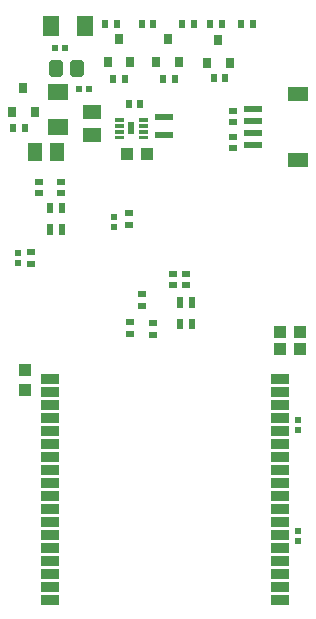
<source format=gbr>
G04 EAGLE Gerber RS-274X export*
G75*
%MOMM*%
%FSLAX34Y34*%
%LPD*%
%INSolderpaste Top*%
%IPPOS*%
%AMOC8*
5,1,8,0,0,1.08239X$1,22.5*%
G01*
%ADD10C,0.080000*%
%ADD11R,0.800000X0.900000*%
%ADD12R,1.100000X1.000000*%
%ADD13R,1.000000X1.100000*%
%ADD14R,0.600000X0.700000*%
%ADD15R,0.700000X0.600000*%
%ADD16R,0.560000X1.020000*%
%ADD17C,0.070000*%
%ADD18R,1.500000X1.300000*%
%ADD19R,1.600000X0.500000*%
%ADD20R,0.600000X0.540000*%
%ADD21C,0.600000*%
%ADD22R,0.540000X0.600000*%
%ADD23R,1.300000X1.500000*%
%ADD24R,1.800000X1.350000*%
%ADD25R,1.800000X1.200000*%
%ADD26R,1.550000X0.600000*%
%ADD27R,1.350000X1.800000*%
%ADD28C,0.050000*%


D10*
X232900Y387700D02*
X247100Y387700D01*
X247100Y380500D01*
X232900Y380500D01*
X232900Y387700D01*
X232900Y381260D02*
X247100Y381260D01*
X247100Y382020D02*
X232900Y382020D01*
X232900Y382780D02*
X247100Y382780D01*
X247100Y383540D02*
X232900Y383540D01*
X232900Y384300D02*
X247100Y384300D01*
X247100Y385060D02*
X232900Y385060D01*
X232900Y385820D02*
X247100Y385820D01*
X247100Y386580D02*
X232900Y386580D01*
X232900Y387340D02*
X247100Y387340D01*
X247100Y376700D02*
X232900Y376700D01*
X247100Y376700D02*
X247100Y369500D01*
X232900Y369500D01*
X232900Y376700D01*
X232900Y370260D02*
X247100Y370260D01*
X247100Y371020D02*
X232900Y371020D01*
X232900Y371780D02*
X247100Y371780D01*
X247100Y372540D02*
X232900Y372540D01*
X232900Y373300D02*
X247100Y373300D01*
X247100Y374060D02*
X232900Y374060D01*
X232900Y374820D02*
X247100Y374820D01*
X247100Y375580D02*
X232900Y375580D01*
X232900Y376340D02*
X247100Y376340D01*
X247100Y365700D02*
X232900Y365700D01*
X247100Y365700D02*
X247100Y358500D01*
X232900Y358500D01*
X232900Y365700D01*
X232900Y359260D02*
X247100Y359260D01*
X247100Y360020D02*
X232900Y360020D01*
X232900Y360780D02*
X247100Y360780D01*
X247100Y361540D02*
X232900Y361540D01*
X232900Y362300D02*
X247100Y362300D01*
X247100Y363060D02*
X232900Y363060D01*
X232900Y363820D02*
X247100Y363820D01*
X247100Y364580D02*
X232900Y364580D01*
X232900Y365340D02*
X247100Y365340D01*
X247100Y354700D02*
X232900Y354700D01*
X247100Y354700D02*
X247100Y347500D01*
X232900Y347500D01*
X232900Y354700D01*
X232900Y348260D02*
X247100Y348260D01*
X247100Y349020D02*
X232900Y349020D01*
X232900Y349780D02*
X247100Y349780D01*
X247100Y350540D02*
X232900Y350540D01*
X232900Y351300D02*
X247100Y351300D01*
X247100Y352060D02*
X232900Y352060D01*
X232900Y352820D02*
X247100Y352820D01*
X247100Y353580D02*
X232900Y353580D01*
X232900Y354340D02*
X247100Y354340D01*
X247100Y343700D02*
X232900Y343700D01*
X247100Y343700D02*
X247100Y336500D01*
X232900Y336500D01*
X232900Y343700D01*
X232900Y337260D02*
X247100Y337260D01*
X247100Y338020D02*
X232900Y338020D01*
X232900Y338780D02*
X247100Y338780D01*
X247100Y339540D02*
X232900Y339540D01*
X232900Y340300D02*
X247100Y340300D01*
X247100Y341060D02*
X232900Y341060D01*
X232900Y341820D02*
X247100Y341820D01*
X247100Y342580D02*
X232900Y342580D01*
X232900Y343340D02*
X247100Y343340D01*
X247100Y332700D02*
X232900Y332700D01*
X247100Y332700D02*
X247100Y325500D01*
X232900Y325500D01*
X232900Y332700D01*
X232900Y326260D02*
X247100Y326260D01*
X247100Y327020D02*
X232900Y327020D01*
X232900Y327780D02*
X247100Y327780D01*
X247100Y328540D02*
X232900Y328540D01*
X232900Y329300D02*
X247100Y329300D01*
X247100Y330060D02*
X232900Y330060D01*
X232900Y330820D02*
X247100Y330820D01*
X247100Y331580D02*
X232900Y331580D01*
X232900Y332340D02*
X247100Y332340D01*
X247100Y321700D02*
X232900Y321700D01*
X247100Y321700D02*
X247100Y314500D01*
X232900Y314500D01*
X232900Y321700D01*
X232900Y315260D02*
X247100Y315260D01*
X247100Y316020D02*
X232900Y316020D01*
X232900Y316780D02*
X247100Y316780D01*
X247100Y317540D02*
X232900Y317540D01*
X232900Y318300D02*
X247100Y318300D01*
X247100Y319060D02*
X232900Y319060D01*
X232900Y319820D02*
X247100Y319820D01*
X247100Y320580D02*
X232900Y320580D01*
X232900Y321340D02*
X247100Y321340D01*
X247100Y310700D02*
X232900Y310700D01*
X247100Y310700D02*
X247100Y303500D01*
X232900Y303500D01*
X232900Y310700D01*
X232900Y304260D02*
X247100Y304260D01*
X247100Y305020D02*
X232900Y305020D01*
X232900Y305780D02*
X247100Y305780D01*
X247100Y306540D02*
X232900Y306540D01*
X232900Y307300D02*
X247100Y307300D01*
X247100Y308060D02*
X232900Y308060D01*
X232900Y308820D02*
X247100Y308820D01*
X247100Y309580D02*
X232900Y309580D01*
X232900Y310340D02*
X247100Y310340D01*
X247100Y299700D02*
X232900Y299700D01*
X247100Y299700D02*
X247100Y292500D01*
X232900Y292500D01*
X232900Y299700D01*
X232900Y293260D02*
X247100Y293260D01*
X247100Y294020D02*
X232900Y294020D01*
X232900Y294780D02*
X247100Y294780D01*
X247100Y295540D02*
X232900Y295540D01*
X232900Y296300D02*
X247100Y296300D01*
X247100Y297060D02*
X232900Y297060D01*
X232900Y297820D02*
X247100Y297820D01*
X247100Y298580D02*
X232900Y298580D01*
X232900Y299340D02*
X247100Y299340D01*
X247100Y288700D02*
X232900Y288700D01*
X247100Y288700D02*
X247100Y281500D01*
X232900Y281500D01*
X232900Y288700D01*
X232900Y282260D02*
X247100Y282260D01*
X247100Y283020D02*
X232900Y283020D01*
X232900Y283780D02*
X247100Y283780D01*
X247100Y284540D02*
X232900Y284540D01*
X232900Y285300D02*
X247100Y285300D01*
X247100Y286060D02*
X232900Y286060D01*
X232900Y286820D02*
X247100Y286820D01*
X247100Y287580D02*
X232900Y287580D01*
X232900Y288340D02*
X247100Y288340D01*
X247100Y277700D02*
X232900Y277700D01*
X247100Y277700D02*
X247100Y270500D01*
X232900Y270500D01*
X232900Y277700D01*
X232900Y271260D02*
X247100Y271260D01*
X247100Y272020D02*
X232900Y272020D01*
X232900Y272780D02*
X247100Y272780D01*
X247100Y273540D02*
X232900Y273540D01*
X232900Y274300D02*
X247100Y274300D01*
X247100Y275060D02*
X232900Y275060D01*
X232900Y275820D02*
X247100Y275820D01*
X247100Y276580D02*
X232900Y276580D01*
X232900Y277340D02*
X247100Y277340D01*
X247100Y266700D02*
X232900Y266700D01*
X247100Y266700D02*
X247100Y259500D01*
X232900Y259500D01*
X232900Y266700D01*
X232900Y260260D02*
X247100Y260260D01*
X247100Y261020D02*
X232900Y261020D01*
X232900Y261780D02*
X247100Y261780D01*
X247100Y262540D02*
X232900Y262540D01*
X232900Y263300D02*
X247100Y263300D01*
X247100Y264060D02*
X232900Y264060D01*
X232900Y264820D02*
X247100Y264820D01*
X247100Y265580D02*
X232900Y265580D01*
X232900Y266340D02*
X247100Y266340D01*
X247100Y255700D02*
X232900Y255700D01*
X247100Y255700D02*
X247100Y248500D01*
X232900Y248500D01*
X232900Y255700D01*
X232900Y249260D02*
X247100Y249260D01*
X247100Y250020D02*
X232900Y250020D01*
X232900Y250780D02*
X247100Y250780D01*
X247100Y251540D02*
X232900Y251540D01*
X232900Y252300D02*
X247100Y252300D01*
X247100Y253060D02*
X232900Y253060D01*
X232900Y253820D02*
X247100Y253820D01*
X247100Y254580D02*
X232900Y254580D01*
X232900Y255340D02*
X247100Y255340D01*
X247100Y244700D02*
X232900Y244700D01*
X247100Y244700D02*
X247100Y237500D01*
X232900Y237500D01*
X232900Y244700D01*
X232900Y238260D02*
X247100Y238260D01*
X247100Y239020D02*
X232900Y239020D01*
X232900Y239780D02*
X247100Y239780D01*
X247100Y240540D02*
X232900Y240540D01*
X232900Y241300D02*
X247100Y241300D01*
X247100Y242060D02*
X232900Y242060D01*
X232900Y242820D02*
X247100Y242820D01*
X247100Y243580D02*
X232900Y243580D01*
X232900Y244340D02*
X247100Y244340D01*
X247100Y233700D02*
X232900Y233700D01*
X247100Y233700D02*
X247100Y226500D01*
X232900Y226500D01*
X232900Y233700D01*
X232900Y227260D02*
X247100Y227260D01*
X247100Y228020D02*
X232900Y228020D01*
X232900Y228780D02*
X247100Y228780D01*
X247100Y229540D02*
X232900Y229540D01*
X232900Y230300D02*
X247100Y230300D01*
X247100Y231060D02*
X232900Y231060D01*
X232900Y231820D02*
X247100Y231820D01*
X247100Y232580D02*
X232900Y232580D01*
X232900Y233340D02*
X247100Y233340D01*
X247100Y222700D02*
X232900Y222700D01*
X247100Y222700D02*
X247100Y215500D01*
X232900Y215500D01*
X232900Y222700D01*
X232900Y216260D02*
X247100Y216260D01*
X247100Y217020D02*
X232900Y217020D01*
X232900Y217780D02*
X247100Y217780D01*
X247100Y218540D02*
X232900Y218540D01*
X232900Y219300D02*
X247100Y219300D01*
X247100Y220060D02*
X232900Y220060D01*
X232900Y220820D02*
X247100Y220820D01*
X247100Y221580D02*
X232900Y221580D01*
X232900Y222340D02*
X247100Y222340D01*
X247100Y211700D02*
X232900Y211700D01*
X247100Y211700D02*
X247100Y204500D01*
X232900Y204500D01*
X232900Y211700D01*
X232900Y205260D02*
X247100Y205260D01*
X247100Y206020D02*
X232900Y206020D01*
X232900Y206780D02*
X247100Y206780D01*
X247100Y207540D02*
X232900Y207540D01*
X232900Y208300D02*
X247100Y208300D01*
X247100Y209060D02*
X232900Y209060D01*
X232900Y209820D02*
X247100Y209820D01*
X247100Y210580D02*
X232900Y210580D01*
X232900Y211340D02*
X247100Y211340D01*
X247100Y200700D02*
X232900Y200700D01*
X247100Y200700D02*
X247100Y193500D01*
X232900Y193500D01*
X232900Y200700D01*
X232900Y194260D02*
X247100Y194260D01*
X247100Y195020D02*
X232900Y195020D01*
X232900Y195780D02*
X247100Y195780D01*
X247100Y196540D02*
X232900Y196540D01*
X232900Y197300D02*
X247100Y197300D01*
X247100Y198060D02*
X232900Y198060D01*
X232900Y198820D02*
X247100Y198820D01*
X247100Y199580D02*
X232900Y199580D01*
X232900Y200340D02*
X247100Y200340D01*
X52100Y387700D02*
X37900Y387700D01*
X52100Y387700D02*
X52100Y380500D01*
X37900Y380500D01*
X37900Y387700D01*
X37900Y381260D02*
X52100Y381260D01*
X52100Y382020D02*
X37900Y382020D01*
X37900Y382780D02*
X52100Y382780D01*
X52100Y383540D02*
X37900Y383540D01*
X37900Y384300D02*
X52100Y384300D01*
X52100Y385060D02*
X37900Y385060D01*
X37900Y385820D02*
X52100Y385820D01*
X52100Y386580D02*
X37900Y386580D01*
X37900Y387340D02*
X52100Y387340D01*
X52100Y376700D02*
X37900Y376700D01*
X52100Y376700D02*
X52100Y369500D01*
X37900Y369500D01*
X37900Y376700D01*
X37900Y370260D02*
X52100Y370260D01*
X52100Y371020D02*
X37900Y371020D01*
X37900Y371780D02*
X52100Y371780D01*
X52100Y372540D02*
X37900Y372540D01*
X37900Y373300D02*
X52100Y373300D01*
X52100Y374060D02*
X37900Y374060D01*
X37900Y374820D02*
X52100Y374820D01*
X52100Y375580D02*
X37900Y375580D01*
X37900Y376340D02*
X52100Y376340D01*
X52100Y365700D02*
X37900Y365700D01*
X52100Y365700D02*
X52100Y358500D01*
X37900Y358500D01*
X37900Y365700D01*
X37900Y359260D02*
X52100Y359260D01*
X52100Y360020D02*
X37900Y360020D01*
X37900Y360780D02*
X52100Y360780D01*
X52100Y361540D02*
X37900Y361540D01*
X37900Y362300D02*
X52100Y362300D01*
X52100Y363060D02*
X37900Y363060D01*
X37900Y363820D02*
X52100Y363820D01*
X52100Y364580D02*
X37900Y364580D01*
X37900Y365340D02*
X52100Y365340D01*
X52100Y354700D02*
X37900Y354700D01*
X52100Y354700D02*
X52100Y347500D01*
X37900Y347500D01*
X37900Y354700D01*
X37900Y348260D02*
X52100Y348260D01*
X52100Y349020D02*
X37900Y349020D01*
X37900Y349780D02*
X52100Y349780D01*
X52100Y350540D02*
X37900Y350540D01*
X37900Y351300D02*
X52100Y351300D01*
X52100Y352060D02*
X37900Y352060D01*
X37900Y352820D02*
X52100Y352820D01*
X52100Y353580D02*
X37900Y353580D01*
X37900Y354340D02*
X52100Y354340D01*
X52100Y343700D02*
X37900Y343700D01*
X52100Y343700D02*
X52100Y336500D01*
X37900Y336500D01*
X37900Y343700D01*
X37900Y337260D02*
X52100Y337260D01*
X52100Y338020D02*
X37900Y338020D01*
X37900Y338780D02*
X52100Y338780D01*
X52100Y339540D02*
X37900Y339540D01*
X37900Y340300D02*
X52100Y340300D01*
X52100Y341060D02*
X37900Y341060D01*
X37900Y341820D02*
X52100Y341820D01*
X52100Y342580D02*
X37900Y342580D01*
X37900Y343340D02*
X52100Y343340D01*
X52100Y332700D02*
X37900Y332700D01*
X52100Y332700D02*
X52100Y325500D01*
X37900Y325500D01*
X37900Y332700D01*
X37900Y326260D02*
X52100Y326260D01*
X52100Y327020D02*
X37900Y327020D01*
X37900Y327780D02*
X52100Y327780D01*
X52100Y328540D02*
X37900Y328540D01*
X37900Y329300D02*
X52100Y329300D01*
X52100Y330060D02*
X37900Y330060D01*
X37900Y330820D02*
X52100Y330820D01*
X52100Y331580D02*
X37900Y331580D01*
X37900Y332340D02*
X52100Y332340D01*
X52100Y321700D02*
X37900Y321700D01*
X52100Y321700D02*
X52100Y314500D01*
X37900Y314500D01*
X37900Y321700D01*
X37900Y315260D02*
X52100Y315260D01*
X52100Y316020D02*
X37900Y316020D01*
X37900Y316780D02*
X52100Y316780D01*
X52100Y317540D02*
X37900Y317540D01*
X37900Y318300D02*
X52100Y318300D01*
X52100Y319060D02*
X37900Y319060D01*
X37900Y319820D02*
X52100Y319820D01*
X52100Y320580D02*
X37900Y320580D01*
X37900Y321340D02*
X52100Y321340D01*
X52100Y310700D02*
X37900Y310700D01*
X52100Y310700D02*
X52100Y303500D01*
X37900Y303500D01*
X37900Y310700D01*
X37900Y304260D02*
X52100Y304260D01*
X52100Y305020D02*
X37900Y305020D01*
X37900Y305780D02*
X52100Y305780D01*
X52100Y306540D02*
X37900Y306540D01*
X37900Y307300D02*
X52100Y307300D01*
X52100Y308060D02*
X37900Y308060D01*
X37900Y308820D02*
X52100Y308820D01*
X52100Y309580D02*
X37900Y309580D01*
X37900Y310340D02*
X52100Y310340D01*
X52100Y299700D02*
X37900Y299700D01*
X52100Y299700D02*
X52100Y292500D01*
X37900Y292500D01*
X37900Y299700D01*
X37900Y293260D02*
X52100Y293260D01*
X52100Y294020D02*
X37900Y294020D01*
X37900Y294780D02*
X52100Y294780D01*
X52100Y295540D02*
X37900Y295540D01*
X37900Y296300D02*
X52100Y296300D01*
X52100Y297060D02*
X37900Y297060D01*
X37900Y297820D02*
X52100Y297820D01*
X52100Y298580D02*
X37900Y298580D01*
X37900Y299340D02*
X52100Y299340D01*
X52100Y288700D02*
X37900Y288700D01*
X52100Y288700D02*
X52100Y281500D01*
X37900Y281500D01*
X37900Y288700D01*
X37900Y282260D02*
X52100Y282260D01*
X52100Y283020D02*
X37900Y283020D01*
X37900Y283780D02*
X52100Y283780D01*
X52100Y284540D02*
X37900Y284540D01*
X37900Y285300D02*
X52100Y285300D01*
X52100Y286060D02*
X37900Y286060D01*
X37900Y286820D02*
X52100Y286820D01*
X52100Y287580D02*
X37900Y287580D01*
X37900Y288340D02*
X52100Y288340D01*
X52100Y277700D02*
X37900Y277700D01*
X52100Y277700D02*
X52100Y270500D01*
X37900Y270500D01*
X37900Y277700D01*
X37900Y271260D02*
X52100Y271260D01*
X52100Y272020D02*
X37900Y272020D01*
X37900Y272780D02*
X52100Y272780D01*
X52100Y273540D02*
X37900Y273540D01*
X37900Y274300D02*
X52100Y274300D01*
X52100Y275060D02*
X37900Y275060D01*
X37900Y275820D02*
X52100Y275820D01*
X52100Y276580D02*
X37900Y276580D01*
X37900Y277340D02*
X52100Y277340D01*
X52100Y266700D02*
X37900Y266700D01*
X52100Y266700D02*
X52100Y259500D01*
X37900Y259500D01*
X37900Y266700D01*
X37900Y260260D02*
X52100Y260260D01*
X52100Y261020D02*
X37900Y261020D01*
X37900Y261780D02*
X52100Y261780D01*
X52100Y262540D02*
X37900Y262540D01*
X37900Y263300D02*
X52100Y263300D01*
X52100Y264060D02*
X37900Y264060D01*
X37900Y264820D02*
X52100Y264820D01*
X52100Y265580D02*
X37900Y265580D01*
X37900Y266340D02*
X52100Y266340D01*
X52100Y255700D02*
X37900Y255700D01*
X52100Y255700D02*
X52100Y248500D01*
X37900Y248500D01*
X37900Y255700D01*
X37900Y249260D02*
X52100Y249260D01*
X52100Y250020D02*
X37900Y250020D01*
X37900Y250780D02*
X52100Y250780D01*
X52100Y251540D02*
X37900Y251540D01*
X37900Y252300D02*
X52100Y252300D01*
X52100Y253060D02*
X37900Y253060D01*
X37900Y253820D02*
X52100Y253820D01*
X52100Y254580D02*
X37900Y254580D01*
X37900Y255340D02*
X52100Y255340D01*
X52100Y244700D02*
X37900Y244700D01*
X52100Y244700D02*
X52100Y237500D01*
X37900Y237500D01*
X37900Y244700D01*
X37900Y238260D02*
X52100Y238260D01*
X52100Y239020D02*
X37900Y239020D01*
X37900Y239780D02*
X52100Y239780D01*
X52100Y240540D02*
X37900Y240540D01*
X37900Y241300D02*
X52100Y241300D01*
X52100Y242060D02*
X37900Y242060D01*
X37900Y242820D02*
X52100Y242820D01*
X52100Y243580D02*
X37900Y243580D01*
X37900Y244340D02*
X52100Y244340D01*
X52100Y233700D02*
X37900Y233700D01*
X52100Y233700D02*
X52100Y226500D01*
X37900Y226500D01*
X37900Y233700D01*
X37900Y227260D02*
X52100Y227260D01*
X52100Y228020D02*
X37900Y228020D01*
X37900Y228780D02*
X52100Y228780D01*
X52100Y229540D02*
X37900Y229540D01*
X37900Y230300D02*
X52100Y230300D01*
X52100Y231060D02*
X37900Y231060D01*
X37900Y231820D02*
X52100Y231820D01*
X52100Y232580D02*
X37900Y232580D01*
X37900Y233340D02*
X52100Y233340D01*
X52100Y222700D02*
X37900Y222700D01*
X52100Y222700D02*
X52100Y215500D01*
X37900Y215500D01*
X37900Y222700D01*
X37900Y216260D02*
X52100Y216260D01*
X52100Y217020D02*
X37900Y217020D01*
X37900Y217780D02*
X52100Y217780D01*
X52100Y218540D02*
X37900Y218540D01*
X37900Y219300D02*
X52100Y219300D01*
X52100Y220060D02*
X37900Y220060D01*
X37900Y220820D02*
X52100Y220820D01*
X52100Y221580D02*
X37900Y221580D01*
X37900Y222340D02*
X52100Y222340D01*
X52100Y211700D02*
X37900Y211700D01*
X52100Y211700D02*
X52100Y204500D01*
X37900Y204500D01*
X37900Y211700D01*
X37900Y205260D02*
X52100Y205260D01*
X52100Y206020D02*
X37900Y206020D01*
X37900Y206780D02*
X52100Y206780D01*
X52100Y207540D02*
X37900Y207540D01*
X37900Y208300D02*
X52100Y208300D01*
X52100Y209060D02*
X37900Y209060D01*
X37900Y209820D02*
X52100Y209820D01*
X52100Y210580D02*
X37900Y210580D01*
X37900Y211340D02*
X52100Y211340D01*
X52100Y200700D02*
X37900Y200700D01*
X52100Y200700D02*
X52100Y193500D01*
X37900Y193500D01*
X37900Y200700D01*
X37900Y194260D02*
X52100Y194260D01*
X52100Y195020D02*
X37900Y195020D01*
X37900Y195780D02*
X52100Y195780D01*
X52100Y196540D02*
X37900Y196540D01*
X37900Y197300D02*
X52100Y197300D01*
X52100Y198060D02*
X37900Y198060D01*
X37900Y198820D02*
X52100Y198820D01*
X52100Y199580D02*
X37900Y199580D01*
X37900Y200340D02*
X52100Y200340D01*
D11*
X188000Y671000D03*
X178500Y651000D03*
X197500Y651000D03*
X145000Y672000D03*
X135500Y652000D03*
X154500Y652000D03*
D12*
X257500Y409000D03*
X240500Y409000D03*
X257500Y424000D03*
X240500Y424000D03*
D13*
X24000Y374500D03*
X24000Y391500D03*
D14*
X184000Y639000D03*
X194000Y639000D03*
X141000Y638000D03*
X151000Y638000D03*
X157000Y684000D03*
X167000Y684000D03*
X123000Y684000D03*
X133000Y684000D03*
D11*
X104000Y672000D03*
X94500Y652000D03*
X113500Y652000D03*
D14*
X99000Y638000D03*
X109000Y638000D03*
X92000Y684000D03*
X102000Y684000D03*
D15*
X123000Y446000D03*
X123000Y456000D03*
X113000Y422000D03*
X113000Y432000D03*
X133000Y421000D03*
X133000Y431000D03*
D14*
X207000Y684000D03*
X217000Y684000D03*
D16*
X114000Y596000D03*
D17*
X107500Y602450D02*
X100800Y602450D01*
X100800Y604550D01*
X107500Y604550D01*
X107500Y602450D01*
X107500Y603115D02*
X100800Y603115D01*
X100800Y603780D02*
X107500Y603780D01*
X107500Y604445D02*
X100800Y604445D01*
X100800Y597450D02*
X107500Y597450D01*
X100800Y597450D02*
X100800Y599550D01*
X107500Y599550D01*
X107500Y597450D01*
X107500Y598115D02*
X100800Y598115D01*
X100800Y598780D02*
X107500Y598780D01*
X107500Y599445D02*
X100800Y599445D01*
X100800Y592450D02*
X107500Y592450D01*
X100800Y592450D02*
X100800Y594550D01*
X107500Y594550D01*
X107500Y592450D01*
X107500Y593115D02*
X100800Y593115D01*
X100800Y593780D02*
X107500Y593780D01*
X107500Y594445D02*
X100800Y594445D01*
X100800Y587450D02*
X107500Y587450D01*
X100800Y587450D02*
X100800Y589550D01*
X107500Y589550D01*
X107500Y587450D01*
X107500Y588115D02*
X100800Y588115D01*
X100800Y588780D02*
X107500Y588780D01*
X107500Y589445D02*
X100800Y589445D01*
X120500Y587450D02*
X127200Y587450D01*
X120500Y587450D02*
X120500Y589550D01*
X127200Y589550D01*
X127200Y587450D01*
X127200Y588115D02*
X120500Y588115D01*
X120500Y588780D02*
X127200Y588780D01*
X127200Y589445D02*
X120500Y589445D01*
X120500Y592450D02*
X127200Y592450D01*
X120500Y592450D02*
X120500Y594550D01*
X127200Y594550D01*
X127200Y592450D01*
X127200Y593115D02*
X120500Y593115D01*
X120500Y593780D02*
X127200Y593780D01*
X127200Y594445D02*
X120500Y594445D01*
X120500Y597450D02*
X127200Y597450D01*
X120500Y597450D02*
X120500Y599550D01*
X127200Y599550D01*
X127200Y597450D01*
X127200Y598115D02*
X120500Y598115D01*
X120500Y598780D02*
X127200Y598780D01*
X127200Y599445D02*
X120500Y599445D01*
X120500Y602450D02*
X127200Y602450D01*
X120500Y602450D02*
X120500Y604550D01*
X127200Y604550D01*
X127200Y602450D01*
X127200Y603115D02*
X120500Y603115D01*
X120500Y603780D02*
X127200Y603780D01*
X127200Y604445D02*
X120500Y604445D01*
D14*
X122000Y617000D03*
X112000Y617000D03*
D18*
X81000Y590500D03*
X81000Y609500D03*
D12*
X127500Y574000D03*
X110500Y574000D03*
D19*
X142000Y605500D03*
X142000Y590500D03*
D15*
X112000Y514000D03*
X112000Y524000D03*
D20*
X100000Y512700D03*
X100000Y521300D03*
X18000Y481700D03*
X18000Y490300D03*
D15*
X29000Y481000D03*
X29000Y491000D03*
D11*
X23000Y630000D03*
X13500Y610000D03*
X32500Y610000D03*
D21*
X47400Y642650D02*
X53400Y642650D01*
X47400Y642650D02*
X47400Y651350D01*
X53400Y651350D01*
X53400Y642650D01*
X53400Y648350D02*
X47400Y648350D01*
X64600Y642650D02*
X70600Y642650D01*
X64600Y642650D02*
X64600Y651350D01*
X70600Y651350D01*
X70600Y642650D01*
X70600Y648350D02*
X64600Y648350D01*
D22*
X49700Y664000D03*
X58300Y664000D03*
X69700Y629000D03*
X78300Y629000D03*
D23*
X51500Y576000D03*
X32500Y576000D03*
D14*
X24000Y596000D03*
X14000Y596000D03*
D24*
X52000Y597500D03*
X52000Y626500D03*
D14*
X191000Y684000D03*
X181000Y684000D03*
D25*
X255750Y625000D03*
X255750Y569000D03*
D26*
X217000Y582000D03*
X217000Y592000D03*
X217000Y602000D03*
X217000Y612000D03*
D15*
X200000Y601000D03*
X200000Y611000D03*
X200000Y589000D03*
X200000Y579000D03*
D27*
X46500Y683000D03*
X75500Y683000D03*
D28*
X57250Y515000D02*
X57250Y507000D01*
X52750Y507000D01*
X52750Y515000D01*
X57250Y515000D01*
X57250Y507475D02*
X52750Y507475D01*
X52750Y507950D02*
X57250Y507950D01*
X57250Y508425D02*
X52750Y508425D01*
X52750Y508900D02*
X57250Y508900D01*
X57250Y509375D02*
X52750Y509375D01*
X52750Y509850D02*
X57250Y509850D01*
X57250Y510325D02*
X52750Y510325D01*
X52750Y510800D02*
X57250Y510800D01*
X57250Y511275D02*
X52750Y511275D01*
X52750Y511750D02*
X57250Y511750D01*
X57250Y512225D02*
X52750Y512225D01*
X52750Y512700D02*
X57250Y512700D01*
X57250Y513175D02*
X52750Y513175D01*
X52750Y513650D02*
X57250Y513650D01*
X57250Y514125D02*
X52750Y514125D01*
X52750Y514600D02*
X57250Y514600D01*
X57250Y525000D02*
X57250Y533000D01*
X57250Y525000D02*
X52750Y525000D01*
X52750Y533000D01*
X57250Y533000D01*
X57250Y525475D02*
X52750Y525475D01*
X52750Y525950D02*
X57250Y525950D01*
X57250Y526425D02*
X52750Y526425D01*
X52750Y526900D02*
X57250Y526900D01*
X57250Y527375D02*
X52750Y527375D01*
X52750Y527850D02*
X57250Y527850D01*
X57250Y528325D02*
X52750Y528325D01*
X52750Y528800D02*
X57250Y528800D01*
X57250Y529275D02*
X52750Y529275D01*
X52750Y529750D02*
X57250Y529750D01*
X57250Y530225D02*
X52750Y530225D01*
X52750Y530700D02*
X57250Y530700D01*
X57250Y531175D02*
X52750Y531175D01*
X52750Y531650D02*
X57250Y531650D01*
X57250Y532125D02*
X52750Y532125D01*
X52750Y532600D02*
X57250Y532600D01*
X47250Y533000D02*
X47250Y525000D01*
X42750Y525000D01*
X42750Y533000D01*
X47250Y533000D01*
X47250Y525475D02*
X42750Y525475D01*
X42750Y525950D02*
X47250Y525950D01*
X47250Y526425D02*
X42750Y526425D01*
X42750Y526900D02*
X47250Y526900D01*
X47250Y527375D02*
X42750Y527375D01*
X42750Y527850D02*
X47250Y527850D01*
X47250Y528325D02*
X42750Y528325D01*
X42750Y528800D02*
X47250Y528800D01*
X47250Y529275D02*
X42750Y529275D01*
X42750Y529750D02*
X47250Y529750D01*
X47250Y530225D02*
X42750Y530225D01*
X42750Y530700D02*
X47250Y530700D01*
X47250Y531175D02*
X42750Y531175D01*
X42750Y531650D02*
X47250Y531650D01*
X47250Y532125D02*
X42750Y532125D01*
X42750Y532600D02*
X47250Y532600D01*
X47250Y515000D02*
X47250Y507000D01*
X42750Y507000D01*
X42750Y515000D01*
X47250Y515000D01*
X47250Y507475D02*
X42750Y507475D01*
X42750Y507950D02*
X47250Y507950D01*
X47250Y508425D02*
X42750Y508425D01*
X42750Y508900D02*
X47250Y508900D01*
X47250Y509375D02*
X42750Y509375D01*
X42750Y509850D02*
X47250Y509850D01*
X47250Y510325D02*
X42750Y510325D01*
X42750Y510800D02*
X47250Y510800D01*
X47250Y511275D02*
X42750Y511275D01*
X42750Y511750D02*
X47250Y511750D01*
X47250Y512225D02*
X42750Y512225D01*
X42750Y512700D02*
X47250Y512700D01*
X47250Y513175D02*
X42750Y513175D01*
X42750Y513650D02*
X47250Y513650D01*
X47250Y514125D02*
X42750Y514125D01*
X42750Y514600D02*
X47250Y514600D01*
X167250Y435000D02*
X167250Y427000D01*
X162750Y427000D01*
X162750Y435000D01*
X167250Y435000D01*
X167250Y427475D02*
X162750Y427475D01*
X162750Y427950D02*
X167250Y427950D01*
X167250Y428425D02*
X162750Y428425D01*
X162750Y428900D02*
X167250Y428900D01*
X167250Y429375D02*
X162750Y429375D01*
X162750Y429850D02*
X167250Y429850D01*
X167250Y430325D02*
X162750Y430325D01*
X162750Y430800D02*
X167250Y430800D01*
X167250Y431275D02*
X162750Y431275D01*
X162750Y431750D02*
X167250Y431750D01*
X167250Y432225D02*
X162750Y432225D01*
X162750Y432700D02*
X167250Y432700D01*
X167250Y433175D02*
X162750Y433175D01*
X162750Y433650D02*
X167250Y433650D01*
X167250Y434125D02*
X162750Y434125D01*
X162750Y434600D02*
X167250Y434600D01*
X167250Y445000D02*
X167250Y453000D01*
X167250Y445000D02*
X162750Y445000D01*
X162750Y453000D01*
X167250Y453000D01*
X167250Y445475D02*
X162750Y445475D01*
X162750Y445950D02*
X167250Y445950D01*
X167250Y446425D02*
X162750Y446425D01*
X162750Y446900D02*
X167250Y446900D01*
X167250Y447375D02*
X162750Y447375D01*
X162750Y447850D02*
X167250Y447850D01*
X167250Y448325D02*
X162750Y448325D01*
X162750Y448800D02*
X167250Y448800D01*
X167250Y449275D02*
X162750Y449275D01*
X162750Y449750D02*
X167250Y449750D01*
X167250Y450225D02*
X162750Y450225D01*
X162750Y450700D02*
X167250Y450700D01*
X167250Y451175D02*
X162750Y451175D01*
X162750Y451650D02*
X167250Y451650D01*
X167250Y452125D02*
X162750Y452125D01*
X162750Y452600D02*
X167250Y452600D01*
X157250Y453000D02*
X157250Y445000D01*
X152750Y445000D01*
X152750Y453000D01*
X157250Y453000D01*
X157250Y445475D02*
X152750Y445475D01*
X152750Y445950D02*
X157250Y445950D01*
X157250Y446425D02*
X152750Y446425D01*
X152750Y446900D02*
X157250Y446900D01*
X157250Y447375D02*
X152750Y447375D01*
X152750Y447850D02*
X157250Y447850D01*
X157250Y448325D02*
X152750Y448325D01*
X152750Y448800D02*
X157250Y448800D01*
X157250Y449275D02*
X152750Y449275D01*
X152750Y449750D02*
X157250Y449750D01*
X157250Y450225D02*
X152750Y450225D01*
X152750Y450700D02*
X157250Y450700D01*
X157250Y451175D02*
X152750Y451175D01*
X152750Y451650D02*
X157250Y451650D01*
X157250Y452125D02*
X152750Y452125D01*
X152750Y452600D02*
X157250Y452600D01*
X157250Y435000D02*
X157250Y427000D01*
X152750Y427000D01*
X152750Y435000D01*
X157250Y435000D01*
X157250Y427475D02*
X152750Y427475D01*
X152750Y427950D02*
X157250Y427950D01*
X157250Y428425D02*
X152750Y428425D01*
X152750Y428900D02*
X157250Y428900D01*
X157250Y429375D02*
X152750Y429375D01*
X152750Y429850D02*
X157250Y429850D01*
X157250Y430325D02*
X152750Y430325D01*
X152750Y430800D02*
X157250Y430800D01*
X157250Y431275D02*
X152750Y431275D01*
X152750Y431750D02*
X157250Y431750D01*
X157250Y432225D02*
X152750Y432225D01*
X152750Y432700D02*
X157250Y432700D01*
X157250Y433175D02*
X152750Y433175D01*
X152750Y433650D02*
X157250Y433650D01*
X157250Y434125D02*
X152750Y434125D01*
X152750Y434600D02*
X157250Y434600D01*
D15*
X36000Y551000D03*
X36000Y541000D03*
X55000Y551000D03*
X55000Y541000D03*
X161000Y473000D03*
X161000Y463000D03*
X150000Y473000D03*
X150000Y463000D03*
D20*
X255000Y255300D03*
X255000Y246700D03*
X255000Y340700D03*
X255000Y349300D03*
M02*

</source>
